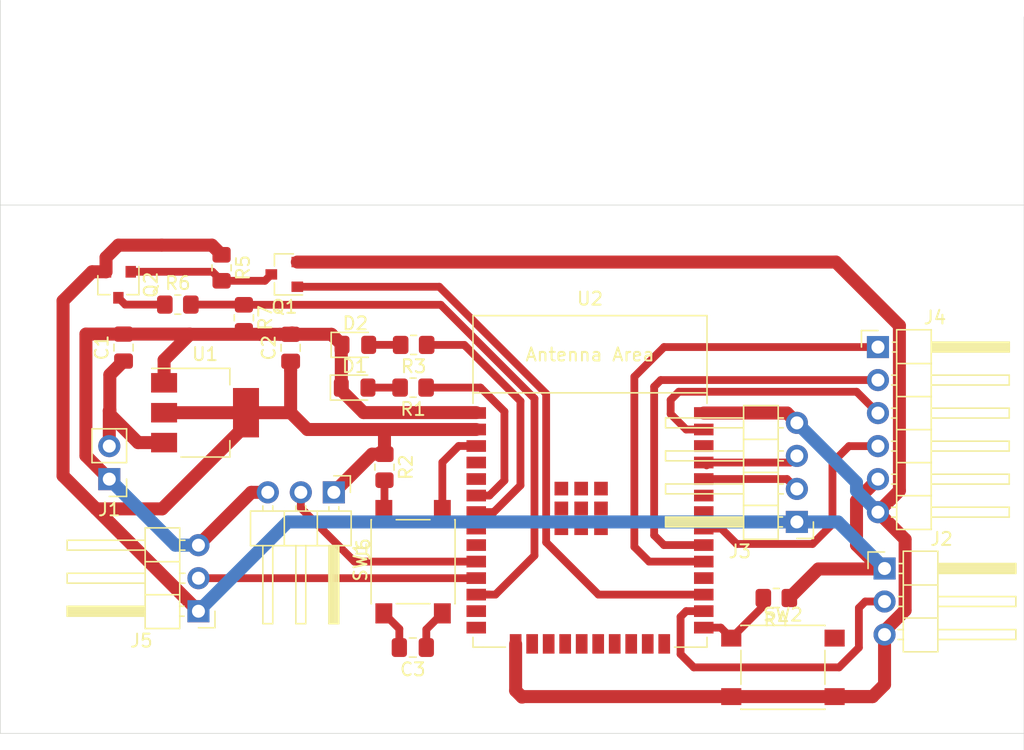
<source format=kicad_pcb>
(kicad_pcb (version 20211014) (generator pcbnew)
  (layers (0 "F.Cu" signal) (31 "B.Cu" signal) (34 "B.Paste" user) (35 "F.Paste" user) (36 "B.SilkS" user "B.Silkscreen") (37 "F.SilkS" user "F.Silkscreen") (38 "B.Mask" user) (39 "F.Mask" user) (44 "Edge.Cuts" user))
  (net 0 "")
  (net 1 "/Vbat")
  (net 2 "/GND")
  (net 3 "/Vin")
  (net 4 "Net-(C3-Pad2)")
  (net 5 "/esp32/EN")
  (net 6 "Net-(D1-Pad2)")
  (net 7 "Net-(D2-Pad2)")
  (net 8 "/esp32/DATA_OUT_DTH22_SENSOR")
  (net 9 "/esp32/TX")
  (net 10 "/esp32/RX")
  (net 11 "/esp32/CS")
  (net 12 "/esp32/CLK")
  (net 13 "/esp32/MOSI")
  (net 14 "/esp32/MISO")
  (net 15 "/esp32/GNRL_PURPOSE_2")
  (net 16 "/esp32/GNRL_PURPOSE_1")
  (net 17 "Net-(Q1-Pad3)")
  (net 18 "/esp32/READ_BATT_V")
  (net 19 "Net-(Q2-Pad3)")
  (net 20 "/esp32/WIFI_CONNECTION")
  (net 21 "/esp32/NO_WIFI_CONNECTION")
  (net 22 "/esp32/BOOT")
  (net 23 "/esp32/BATT_V")
  (net 24 "Net-(U2-Pad14)")
  (net 25 "Net-(U2-Pad13)")
  (net 26 "Net-(U2-Pad9)")
  (net 27 "Net-(U2-Pad8)")
  (net 28 "Net-(U2-Pad5)")
  (net 29 "Net-(U2-Pad4)")
  (net 30 "Net-(U2-Pad16)")
  (net 31 "Net-(U2-Pad17)")
  (net 32 "Net-(U2-Pad18)")
  (net 33 "Net-(U2-Pad19)")
  (net 34 "Net-(U2-Pad20)")
  (net 35 "Net-(U2-Pad21)")
  (net 36 "Net-(U2-Pad22)")
  (net 37 "Net-(U2-Pad23)")
  (net 38 "Net-(U2-Pad24)")
  (net 39 "Net-(U2-Pad28)")
  (net 40 "Net-(U2-Pad32)")
  (net 41 "Net-(U2-Pad33)")
  (net 42 "Net-(U2-Pad36)")
  (net 43 "Net-(U2-Pad39)")
  (footprint "Capacitor_SMD:C_0805_2012Metric_Pad1.18x1.45mm_HandSolder" (layer "F.Cu") (at 118.3425 119.634 180)
    (fp_text reference "C3" (at 0 -1.68) (layer "F.SilkS"))
    (fp_text value "100nF")
    (pad "1" smd roundrect locked (at -1.0375 0 180) (size 1.175 1.45) (layers "F.Cu" "F.Paste" "F.Mask") (roundrect_rratio 0.212766) (net 5 "/esp32/EN"))
    (pad "2" smd roundrect locked (at 1.0375 0 180) (size 1.175 1.45) (layers "F.Cu" "F.Paste" "F.Mask") (roundrect_rratio 0.212766) (net 4 "Net-(C3-Pad2)"))
  )
  (footprint "LED_SMD:LED_0805_2012Metric_Pad1.15x1.40mm_HandSolder" (layer "F.Cu") (at 113.86666 99.63956)
    (fp_text reference "D1" (at 0 -1.65) (layer "F.SilkS"))
    (fp_text value "LED")
    (pad "1" smd roundrect locked (at -1.025 0) (size 1.15 1.4) (layers "F.Cu" "F.Paste" "F.Mask") (roundrect_rratio 0.217391) (net 2 "/GND"))
    (pad "2" smd roundrect locked (at 1.025 0) (size 1.15 1.4) (layers "F.Cu" "F.Paste" "F.Mask") (roundrect_rratio 0.217391) (net 6 "Net-(D1-Pad2)"))
  )
  (footprint "Connector_PinHeader_2.54mm:PinHeader_1x02_P2.54mm_Vertical" (layer "F.Cu") (at 94.996 106.68 180)
    (fp_text reference "J1" (at 0 -2.33) (layer "F.SilkS"))
    (fp_text value "Conn_01x02")
    (pad "1" thru_hole rect locked (at 0 0 180) (size 1.7 1.7) (drill 1) (layers *.Cu *.Mask) (net 2 "/GND"))
    (pad "2" thru_hole oval locked (at 0 2.54 180) (size 1.7 1.7) (drill 1) (layers *.Cu *.Mask) (net 1 "/Vbat"))
  )
  (footprint "Connector_PinHeader_2.54mm:PinHeader_1x03_P2.54mm_Horizontal" (layer "F.Cu") (at 154.629 113.553)
    (fp_text reference "J2" (at 4.385 -2.27) (layer "F.SilkS"))
    (fp_text value "Conn_01x03")
    (pad "1" thru_hole rect locked (at 0 0) (size 1.7 1.7) (drill 1) (layers *.Cu *.Mask) (net 3 "/Vin"))
    (pad "2" thru_hole oval locked (at 0 2.54) (size 1.7 1.7) (drill 1) (layers *.Cu *.Mask) (net 8 "/esp32/DATA_OUT_DTH22_SENSOR"))
    (pad "3" thru_hole oval locked (at 0 5.08) (size 1.7 1.7) (drill 1) (layers *.Cu *.Mask) (net 2 "/GND"))
  )
  (footprint "Connector_PinHeader_2.54mm:PinHeader_1x04_P2.54mm_Horizontal" (layer "F.Cu") (at 147.885 109.972 180)
    (fp_text reference "J3" (at 4.385 -2.27) (layer "F.SilkS"))
    (fp_text value "Conn_01x04")
    (pad "1" thru_hole rect locked (at 0 0 180) (size 1.7 1.7) (drill 1) (layers *.Cu *.Mask) (net 3 "/Vin"))
    (pad "2" thru_hole oval locked (at 0 2.54 180) (size 1.7 1.7) (drill 1) (layers *.Cu *.Mask) (net 9 "/esp32/TX"))
    (pad "3" thru_hole oval locked (at 0 5.08 180) (size 1.7 1.7) (drill 1) (layers *.Cu *.Mask) (net 10 "/esp32/RX"))
    (pad "4" thru_hole oval locked (at 0 7.62 180) (size 1.7 1.7) (drill 1) (layers *.Cu *.Mask) (net 2 "/GND"))
  )
  (footprint "Connector_PinHeader_2.54mm:PinHeader_1x06_P2.54mm_Horizontal" (layer "F.Cu") (at 154.121 96.52)
    (fp_text reference "J4" (at 4.385 -2.27) (layer "F.SilkS"))
    (fp_text value "Conn_01x06")
    (pad "1" thru_hole rect locked (at 0 0) (size 1.7 1.7) (drill 1) (layers *.Cu *.Mask) (net 11 "/esp32/CS"))
    (pad "2" thru_hole oval locked (at 0 2.54) (size 1.7 1.7) (drill 1) (layers *.Cu *.Mask) (net 12 "/esp32/CLK"))
    (pad "3" thru_hole oval locked (at 0 5.08) (size 1.7 1.7) (drill 1) (layers *.Cu *.Mask) (net 13 "/esp32/MOSI"))
    (pad "4" thru_hole oval locked (at 0 7.62) (size 1.7 1.7) (drill 1) (layers *.Cu *.Mask) (net 14 "/esp32/MISO"))
    (pad "5" thru_hole oval locked (at 0 10.16) (size 1.7 1.7) (drill 1) (layers *.Cu *.Mask) (net 3 "/Vin"))
    (pad "6" thru_hole oval locked (at 0 12.7) (size 1.7 1.7) (drill 1) (layers *.Cu *.Mask) (net 2 "/GND"))
  )
  (footprint "Connector_PinHeader_2.54mm:PinHeader_1x03_P2.54mm_Horizontal" (layer "F.Cu") (at 101.854 116.84 180)
    (fp_text reference "J5" (at 4.385 -2.27) (layer "F.SilkS"))
    (fp_text value "Conn_01x03")
    (pad "1" thru_hole rect locked (at 0 0 180) (size 1.7 1.7) (drill 1) (layers *.Cu *.Mask) (net 3 "/Vin"))
    (pad "2" thru_hole oval locked (at 0 2.54 180) (size 1.7 1.7) (drill 1) (layers *.Cu *.Mask) (net 15 "/esp32/GNRL_PURPOSE_2"))
    (pad "3" thru_hole oval locked (at 0 5.08 180) (size 1.7 1.7) (drill 1) (layers *.Cu *.Mask) (net 2 "/GND"))
  )
  (footprint "Connector_PinHeader_2.54mm:PinHeader_1x03_P2.54mm_Horizontal" (layer "F.Cu") (at 112.268 107.696 -90)
    (fp_text reference "J6" (at 4.385 -2.27 90) (layer "F.SilkS"))
    (fp_text value "Conn_01x03")
    (pad "1" thru_hole rect locked (at 0 0 270) (size 1.7 1.7) (drill 1) (layers *.Cu *.Mask) (net 3 "/Vin"))
    (pad "2" thru_hole oval locked (at 0 2.54 270) (size 1.7 1.7) (drill 1) (layers *.Cu *.Mask) (net 16 "/esp32/GNRL_PURPOSE_1"))
    (pad "3" thru_hole oval locked (at 0 5.08 270) (size 1.7 1.7) (drill 1) (layers *.Cu *.Mask) (net 2 "/GND"))
  )
  (footprint "Package_TO_SOT_SMD:SOT-23" (layer "F.Cu") (at 108.458 90.932 180)
    (fp_text reference "Q1" (at 0 -2.5) (layer "F.SilkS"))
    (fp_text value "BSS138")
    (pad "1" smd rect locked (at -1 -0.95 180) (size 0.9 0.8) (layers "F.Cu" "F.Paste" "F.Mask") (net 18 "/esp32/READ_BATT_V"))
    (pad "2" smd rect locked (at -1 0.95 180) (size 0.9 0.8) (layers "F.Cu" "F.Paste" "F.Mask") (net 2 "/GND"))
    (pad "3" smd rect locked (at 1 0 180) (size 0.9 0.8) (layers "F.Cu" "F.Paste" "F.Mask") (net 17 "Net-(Q1-Pad3)"))
  )
  (footprint "Package_TO_SOT_SMD:SOT-23" (layer "F.Cu") (at 95.6955 91.73 -90)
    (fp_text reference "Q2" (at 0 -2.5 -270) (layer "F.SilkS"))
    (fp_text value "BSS84")
    (pad "1" smd rect locked (at -1 -0.95 270) (size 0.9 0.8) (layers "F.Cu" "F.Paste" "F.Mask") (net 17 "Net-(Q1-Pad3)"))
    (pad "2" smd rect locked (at -1 0.95 270) (size 0.9 0.8) (layers "F.Cu" "F.Paste" "F.Mask") (net 3 "/Vin"))
    (pad "3" smd rect locked (at 1 0 270) (size 0.9 0.8) (layers "F.Cu" "F.Paste" "F.Mask") (net 19 "Net-(Q2-Pad3)"))
  )
  (footprint "Resistor_SMD:R_0805_2012Metric_Pad1.20x1.40mm_HandSolder" (layer "F.Cu") (at 118.364 99.63956 180)
    (fp_text reference "R1" (at 0 -1.65) (layer "F.SilkS"))
    (fp_text value "1k")
    (pad "1" smd roundrect locked (at -1 0 180) (size 1.2 1.4) (layers "F.Cu" "F.Paste" "F.Mask") (roundrect_rratio 0.208333) (net 20 "/esp32/WIFI_CONNECTION"))
    (pad "2" smd roundrect locked (at 1 0 180) (size 1.2 1.4) (layers "F.Cu" "F.Paste" "F.Mask") (roundrect_rratio 0.208333) (net 6 "Net-(D1-Pad2)"))
  )
  (footprint "Resistor_SMD:R_0805_2012Metric_Pad1.20x1.40mm_HandSolder" (layer "F.Cu") (at 116.16282 105.76096 -90)
    (fp_text reference "R2" (at 0 -1.65 90) (layer "F.SilkS"))
    (fp_text value "10k")
    (pad "1" smd roundrect locked (at -1 0 270) (size 1.2 1.4) (layers "F.Cu" "F.Paste" "F.Mask") (roundrect_rratio 0.208333) (net 3 "/Vin"))
    (pad "2" smd roundrect locked (at 1 0 270) (size 1.2 1.4) (layers "F.Cu" "F.Paste" "F.Mask") (roundrect_rratio 0.208333) (net 4 "Net-(C3-Pad2)"))
  )
  (footprint "Resistor_SMD:R_0805_2012Metric_Pad1.20x1.40mm_HandSolder" (layer "F.Cu") (at 118.406578 96.356655 180)
    (fp_text reference "R3" (at 0 -1.65) (layer "F.SilkS"))
    (fp_text value "1k")
    (pad "1" smd roundrect locked (at -1 0 180) (size 1.2 1.4) (layers "F.Cu" "F.Paste" "F.Mask") (roundrect_rratio 0.208333) (net 21 "/esp32/NO_WIFI_CONNECTION"))
    (pad "2" smd roundrect locked (at 1 0 180) (size 1.2 1.4) (layers "F.Cu" "F.Paste" "F.Mask") (roundrect_rratio 0.208333) (net 7 "Net-(D2-Pad2)"))
  )
  (footprint "Resistor_SMD:R_0805_2012Metric_Pad1.20x1.40mm_HandSolder" (layer "F.Cu") (at 146.304 115.824 180)
    (fp_text reference "R4" (at 0 -1.65) (layer "F.SilkS"))
    (fp_text value "10k")
    (pad "1" smd roundrect locked (at -1 0 180) (size 1.2 1.4) (layers "F.Cu" "F.Paste" "F.Mask") (roundrect_rratio 0.208333) (net 3 "/Vin"))
    (pad "2" smd roundrect locked (at 1 0 180) (size 1.2 1.4) (layers "F.Cu" "F.Paste" "F.Mask") (roundrect_rratio 0.208333) (net 22 "/esp32/BOOT"))
  )
  (footprint "Resistor_SMD:R_0805_2012Metric_Pad1.20x1.40mm_HandSolder" (layer "F.Cu") (at 103.632 90.424 -90)
    (fp_text reference "R5" (at 0 -1.65 90) (layer "F.SilkS"))
    (fp_text value "100k")
    (pad "1" smd roundrect locked (at -1 0 270) (size 1.2 1.4) (layers "F.Cu" "F.Paste" "F.Mask") (roundrect_rratio 0.208333) (net 3 "/Vin"))
    (pad "2" smd roundrect locked (at 1 0 270) (size 1.2 1.4) (layers "F.Cu" "F.Paste" "F.Mask") (roundrect_rratio 0.208333) (net 17 "Net-(Q1-Pad3)"))
  )
  (footprint "Resistor_SMD:R_0805_2012Metric_Pad1.20x1.40mm_HandSolder" (layer "F.Cu") (at 100.2675 93.254)
    (fp_text reference "R6" (at 0 -1.65) (layer "F.SilkS"))
    (fp_text value "10k")
    (pad "1" smd roundrect locked (at -1 0) (size 1.2 1.4) (layers "F.Cu" "F.Paste" "F.Mask") (roundrect_rratio 0.208333) (net 19 "Net-(Q2-Pad3)"))
    (pad "2" smd roundrect locked (at 1 0) (size 1.2 1.4) (layers "F.Cu" "F.Paste" "F.Mask") (roundrect_rratio 0.208333) (net 23 "/esp32/BATT_V"))
  )
  (footprint "Button_Switch_SMD:SW_Push_1P1T_NO_6x6mm_H9.5mm" (layer "F.Cu") (at 118.364 113.03 90)
    (fp_text reference "SW1" (at 0 -4.05 90) (layer "F.SilkS"))
    (fp_text value "SW_MEC_5E")
    (pad "1" smd rect locked (at 3.975 -2.25 90) (size 1.55 1.3) (layers "F.Cu" "F.Paste" "F.Mask") (net 4 "Net-(C3-Pad2)"))
    (pad "1" smd rect locked (at -3.975 -2.25 90) (size 1.55 1.3) (layers "F.Cu" "F.Paste" "F.Mask") (net 4 "Net-(C3-Pad2)"))
    (pad "2" smd rect locked (at 3.975 2.25 90) (size 1.55 1.3) (layers "F.Cu" "F.Paste" "F.Mask") (net 5 "/esp32/EN"))
    (pad "2" smd rect locked (at -3.975 2.25 90) (size 1.55 1.3) (layers "F.Cu" "F.Paste" "F.Mask") (net 5 "/esp32/EN"))
  )
  (footprint "Button_Switch_SMD:SW_Push_1P1T_NO_6x6mm_H9.5mm" (layer "F.Cu") (at 146.812 121.158)
    (fp_text reference "SW2" (at 0 -4.05) (layer "F.SilkS"))
    (fp_text value "SW_MEC_5E")
    (pad "1" smd rect locked (at -3.975 -2.25) (size 1.55 1.3) (layers "F.Cu" "F.Paste" "F.Mask") (net 22 "/esp32/BOOT"))
    (pad "1" smd rect locked (at 3.975 -2.25) (size 1.55 1.3) (layers "F.Cu" "F.Paste" "F.Mask") (net 22 "/esp32/BOOT"))
    (pad "2" smd rect locked (at 3.975 2.25) (size 1.55 1.3) (layers "F.Cu" "F.Paste" "F.Mask") (net 2 "/GND"))
    (pad "2" smd rect locked (at -3.975 2.25) (size 1.55 1.3) (layers "F.Cu" "F.Paste" "F.Mask") (net 2 "/GND"))
  )
  (footprint "Package_TO_SOT_SMD:SOT-223-3_TabPin2" (layer "F.Cu") (at 102.36046 101.56996)
    (fp_text reference "U1" (at 0 -4.5) (layer "F.SilkS"))
    (fp_text value "LDL1117-3.3")
    (pad "1" smd rect locked (at -3.15 -2.3) (size 2 1.5) (layers "F.Cu" "F.Paste" "F.Mask") (net 2 "/GND"))
    (pad "2" smd rect locked (at -3.15 0) (size 2 1.5) (layers "F.Cu" "F.Paste" "F.Mask") (net 3 "/Vin"))
    (pad "2" smd rect locked (at 3.15 0) (size 2 3.8) (layers "F.Cu" "F.Paste" "F.Mask") (net 3 "/Vin"))
    (pad "3" smd rect locked (at -3.15 2.3) (size 2 1.5) (layers "F.Cu" "F.Paste" "F.Mask") (net 1 "/Vbat"))
  )
  (footprint "ESPRESSIF_3DMODELS:ESP32-WROOM-32E" (layer "F.Cu") (at 131.971501 108.602001)
    (fp_text reference "U2" (at 0 -15.8) (layer "F.SilkS"))
    (fp_text value "ESP32-WROOM")
    (fp_text user "Antenna Area" (at 0 -11.5) (layer "F.SilkS"))
    (pad "1" smd rect locked (at -8.75 -7.01) (size 1.5 0.9) (layers "F.Cu" "F.Paste" "F.Mask") (net 2 "/GND"))
    (pad "2" smd rect locked (at -8.75 -5.74) (size 1.5 0.9) (layers "F.Cu" "F.Paste" "F.Mask") (net 3 "/Vin"))
    (pad "3" smd rect locked (at -8.75 -4.47) (size 1.5 0.9) (layers "F.Cu" "F.Paste" "F.Mask") (net 5 "/esp32/EN"))
    (pad "4" smd rect locked (at -8.75 -3.2) (size 1.5 0.9) (layers "F.Cu" "F.Paste" "F.Mask") (net 29 "Net-(U2-Pad4)"))
    (pad "5" smd rect locked (at -8.75 -1.93) (size 1.5 0.9) (layers "F.Cu" "F.Paste" "F.Mask") (net 28 "Net-(U2-Pad5)"))
    (pad "6" smd rect locked (at -8.75 -0.66) (size 1.5 0.9) (layers "F.Cu" "F.Paste" "F.Mask") (net 20 "/esp32/WIFI_CONNECTION"))
    (pad "7" smd rect locked (at -8.75 0.61) (size 1.5 0.9) (layers "F.Cu" "F.Paste" "F.Mask") (net 21 "/esp32/NO_WIFI_CONNECTION"))
    (pad "8" smd rect locked (at -8.75 1.88) (size 1.5 0.9) (layers "F.Cu" "F.Paste" "F.Mask") (net 27 "Net-(U2-Pad8)"))
    (pad "9" smd rect locked (at -8.75 3.15) (size 1.5 0.9) (layers "F.Cu" "F.Paste" "F.Mask") (net 26 "Net-(U2-Pad9)"))
    (pad "10" smd rect locked (at -8.75 4.42) (size 1.5 0.9) (layers "F.Cu" "F.Paste" "F.Mask") (net 16 "/esp32/GNRL_PURPOSE_1"))
    (pad "11" smd rect locked (at -8.75 5.69) (size 1.5 0.9) (layers "F.Cu" "F.Paste" "F.Mask") (net 15 "/esp32/GNRL_PURPOSE_2"))
    (pad "12" smd rect locked (at -8.75 6.96) (size 1.5 0.9) (layers "F.Cu" "F.Paste" "F.Mask") (net 23 "/esp32/BATT_V"))
    (pad "13" smd rect locked (at -8.75 8.23) (size 1.5 0.9) (layers "F.Cu" "F.Paste" "F.Mask") (net 25 "Net-(U2-Pad13)"))
    (pad "14" smd rect locked (at -8.75 9.5) (size 1.5 0.9) (layers "F.Cu" "F.Paste" "F.Mask") (net 24 "Net-(U2-Pad14)"))
    (pad "15" smd rect locked (at -5.72 10.75 90) (size 1.5 0.9) (layers "F.Cu" "F.Paste" "F.Mask") (net 2 "/GND"))
    (pad "16" smd rect locked (at -4.45 10.75 90) (size 1.5 0.9) (layers "F.Cu" "F.Paste" "F.Mask") (net 30 "Net-(U2-Pad16)"))
    (pad "17" smd rect locked (at -3.18 10.75 90) (size 1.5 0.9) (layers "F.Cu" "F.Paste" "F.Mask") (net 31 "Net-(U2-Pad17)"))
    (pad "18" smd rect locked (at -1.91 10.75 90) (size 1.5 0.9) (layers "F.Cu" "F.Paste" "F.Mask") (net 32 "Net-(U2-Pad18)"))
    (pad "19" smd rect locked (at -0.64 10.75 90) (size 1.5 0.9) (layers "F.Cu" "F.Paste" "F.Mask") (net 33 "Net-(U2-Pad19)"))
    (pad "20" smd rect locked (at 0.63 10.75 90) (size 1.5 0.9) (layers "F.Cu" "F.Paste" "F.Mask") (net 34 "Net-(U2-Pad20)"))
    (pad "21" smd rect locked (at 1.9 10.75 90) (size 1.5 0.9) (layers "F.Cu" "F.Paste" "F.Mask") (net 35 "Net-(U2-Pad21)"))
    (pad "22" smd rect locked (at 3.17 10.75 90) (size 1.5 0.9) (layers "F.Cu" "F.Paste" "F.Mask") (net 36 "Net-(U2-Pad22)"))
    (pad "23" smd rect locked (at 4.44 10.75 90) (size 1.5 0.9) (layers "F.Cu" "F.Paste" "F.Mask") (net 37 "Net-(U2-Pad23)"))
    (pad "24" smd rect locked (at 5.71 10.75 90) (size 1.5 0.9) (layers "F.Cu" "F.Paste" "F.Mask") (net 38 "Net-(U2-Pad24)"))
    (pad "25" smd rect locked (at 8.75 9.5 180) (size 1.5 0.9) (layers "F.Cu" "F.Paste" "F.Mask") (net 22 "/esp32/BOOT"))
    (pad "26" smd rect locked (at 8.75 8.23 180) (size 1.5 0.9) (layers "F.Cu" "F.Paste" "F.Mask") (net 8 "/esp32/DATA_OUT_DTH22_SENSOR"))
    (pad "27" smd rect locked (at 8.75 6.96 180) (size 1.5 0.9) (layers "F.Cu" "F.Paste" "F.Mask") (net 18 "/esp32/READ_BATT_V"))
    (pad "28" smd rect locked (at 8.75 5.69 180) (size 1.5 0.9) (layers "F.Cu" "F.Paste" "F.Mask") (net 39 "Net-(U2-Pad28)"))
    (pad "29" smd rect locked (at 8.75 4.42 180) (size 1.5 0.9) (layers "F.Cu" "F.Paste" "F.Mask") (net 11 "/esp32/CS"))
    (pad "30" smd rect locked (at 8.75 3.15 180) (size 1.5 0.9) (layers "F.Cu" "F.Paste" "F.Mask") (net 12 "/esp32/CLK"))
    (pad "31" smd rect locked (at 8.75 1.88 180) (size 1.5 0.9) (layers "F.Cu" "F.Paste" "F.Mask") (net 14 "/esp32/MISO"))
    (pad "32" smd rect locked (at 8.75 0.61 180) (size 1.5 0.9) (layers "F.Cu" "F.Paste" "F.Mask") (net 40 "Net-(U2-Pad32)"))
    (pad "33" smd rect locked (at 8.75 -0.66 180) (size 1.5 0.9) (layers "F.Cu" "F.Paste" "F.Mask") (net 41 "Net-(U2-Pad33)"))
    (pad "34" smd rect locked (at 8.75 -1.93 180) (size 1.5 0.9) (layers "F.Cu" "F.Paste" "F.Mask") (net 9 "/esp32/TX"))
    (pad "35" smd rect locked (at 8.75 -3.2 180) (size 1.5 0.9) (layers "F.Cu" "F.Paste" "F.Mask") (net 10 "/esp32/RX"))
    (pad "36" smd rect locked (at 8.75 -4.47 180) (size 1.5 0.9) (layers "F.Cu" "F.Paste" "F.Mask") (net 42 "Net-(U2-Pad36)"))
    (pad "37" smd rect locked (at 8.75 -5.74 180) (size 1.5 0.9) (layers "F.Cu" "F.Paste" "F.Mask") (net 13 "/esp32/MOSI"))
    (pad "38" smd rect locked (at 8.75 -7.01 180) (size 1.5 0.9) (layers "F.Cu" "F.Paste" "F.Mask") (net 2 "/GND"))
    (pad "39" smd rect locked (at -0.68 0.33 180) (size 1.05 1.05) (layers "F.Cu" "F.Paste" "F.Mask") (net 43 "Net-(U2-Pad39)"))
    (pad "39" smd rect locked (at -0.68 1.855 180) (size 1.05 1.05) (layers "F.Cu" "F.Paste" "F.Mask") (net 43 "Net-(U2-Pad39)"))
    (pad "39" smd rect locked (at -0.68 -1.195 180) (size 1.05 1.05) (layers "F.Cu" "F.Paste" "F.Mask") (net 43 "Net-(U2-Pad39)"))
    (pad "39" smd rect locked (at 0.845 0.33 180) (size 1.05 1.05) (layers "F.Cu" "F.Paste" "F.Mask") (net 43 "Net-(U2-Pad39)"))
    (pad "39" smd rect locked (at -2.205 1.855 180) (size 1.05 1.05) (layers "F.Cu" "F.Paste" "F.Mask") (net 43 "Net-(U2-Pad39)"))
    (pad "39" smd rect locked (at -2.205 -1.195 180) (size 1.05 1.05) (layers "F.Cu" "F.Paste" "F.Mask") (net 43 "Net-(U2-Pad39)"))
    (pad "39" smd rect locked (at 0.845 -1.195 180) (size 1.05 1.05) (layers "F.Cu" "F.Paste" "F.Mask") (net 43 "Net-(U2-Pad39)"))
    (pad "39" smd rect locked (at -2.205 0.33 180) (size 1.05 1.05) (layers "F.Cu" "F.Paste" "F.Mask") (net 43 "Net-(U2-Pad39)"))
    (pad "39" smd rect locked (at 0.845 1.855 180) (size 1.05 1.05) (layers "F.Cu" "F.Paste" "F.Mask") (net 43 "Net-(U2-Pad39)"))
  )
  (footprint "Resistor_SMD:R_0805_2012Metric_Pad1.20x1.40mm_HandSolder" (layer "F.Cu") (at 105.3475 94.27 -90)
    (fp_text reference "R7" (at 0 -1.65 90) (layer "F.SilkS"))
    (fp_text value "10k")
    (pad "1" smd roundrect locked (at -1 0 270) (size 1.2 1.4) (layers "F.Cu" "F.Paste" "F.Mask") (roundrect_rratio 0.208333) (net 23 "/esp32/BATT_V"))
    (pad "2" smd roundrect locked (at 1 0 270) (size 1.2 1.4) (layers "F.Cu" "F.Paste" "F.Mask") (roundrect_rratio 0.208333) (net 2 "/GND"))
  )
  (footprint "Capacitor_SMD:C_0805_2012Metric_Pad1.18x1.45mm_HandSolder" (layer "F.Cu") (at 108.94414 96.5775 90)
    (fp_text reference "C2" (at 0 -1.68 90) (layer "F.SilkS"))
    (fp_text value "4.7uF")
    (pad "1" smd roundrect locked (at -1.0375 0 90) (size 1.175 1.45) (layers "F.Cu" "F.Paste" "F.Mask") (roundrect_rratio 0.212766) (net 3 "/Vin"))
    (pad "2" smd roundrect locked (at 1.0375 0 90) (size 1.175 1.45) (layers "F.Cu" "F.Paste" "F.Mask") (roundrect_rratio 0.212766) (net 2 "/GND"))
  )
  (footprint "Capacitor_SMD:C_0805_2012Metric_Pad1.18x1.45mm_HandSolder" (layer "F.Cu") (at 96.09174 96.56108 90)
    (fp_text reference "C1" (at 0 -1.68 90) (layer "F.SilkS"))
    (fp_text value "1uF")
    (pad "1" smd roundrect locked (at -1.0375 0 90) (size 1.175 1.45) (layers "F.Cu" "F.Paste" "F.Mask") (roundrect_rratio 0.212766) (net 1 "/Vbat"))
    (pad "2" smd roundrect locked (at 1.0375 0 90) (size 1.175 1.45) (layers "F.Cu" "F.Paste" "F.Mask") (roundrect_rratio 0.212766) (net 2 "/GND"))
  )
  (footprint "LED_SMD:LED_0805_2012Metric_Pad1.15x1.40mm_HandSolder" (layer "F.Cu") (at 113.92254 96.3528)
    (fp_text reference "D2" (at 0 -1.65) (layer "F.SilkS"))
    (fp_text value "LED")
    (pad "1" smd roundrect locked (at -1.025 0) (size 1.15 1.4) (layers "F.Cu" "F.Paste" "F.Mask") (roundrect_rratio 0.217391) (net 2 "/GND"))
    (pad "2" smd roundrect locked (at 1.025 0) (size 1.15 1.4) (layers "F.Cu" "F.Paste" "F.Mask") (roundrect_rratio 0.217391) (net 7 "Net-(D2-Pad2)"))
  )
  (gr_line (start 165.354 85.598) (end 86.614 85.598) (layer "Edge.Cuts") (width 0.05))
  (gr_line (start 86.614 126.238) (end 165.354 126.238) (layer "Edge.Cuts") (width 0.05))
  (gr_line (start 165.354 127.508) (end 165.354 71.12) (layer "Edge.Cuts") (width 0.05))
  (gr_line (start 86.614 69.85) (end 86.614 126.238) (layer "Edge.Cuts") (width 0.05))
  (segment (start 97.21046 103.86996) (end 99.21046 103.86996) (width 1) (layer "F.Cu") (net 1))
  (segment (start 95.03628 101.69578) (end 97.21046 103.86996) (width 1) (layer "F.Cu") (net 1))
  (segment (start 94.996 104.14) (end 94.996 101.42656) (width 1) (layer "F.Cu") (net 1))
  (segment (start 94.996 101.42656) (end 95.03628 101.38628) (width 1) (layer "F.Cu") (net 1))
  (segment (start 95.03628 101.38628) (end 95.03628 101.69578) (width 1) (layer "F.Cu") (net 1))
  (segment (start 95.03628 98.65404) (end 95.03628 101.38628) (width 1) (layer "F.Cu") (net 1))
  (segment (start 95.03628 98.65404) (end 96.09174 97.59858) (width 1) (layer "F.Cu") (net 1))
  (segment (start 95.13832 98.552) (end 96.09174 97.59858) (width 1) (layer "F.Cu") (net 1))
  (segment (start 153.706 123.408) (end 142.837 123.408) (width 1) (layer "F.Cu") (net 2))
  (segment (start 101.174 95.52358) (end 101.19042 95.54) (width 1) (layer "F.Cu") (net 2))
  (segment (start 140.721501 101.592001) (end 147.125001 101.592001) (width 1) (layer "F.Cu") (net 2))
  (segment (start 112.84166 96.40868) (end 112.89754 96.3528) (width 1) (layer "F.Cu") (net 2))
  (segment (start 150.787 123.408) (end 150.751 123.444) (width 1) (layer "F.Cu") (net 2))
  (segment (start 101.19042 95.54) (end 106.6175 95.54) (width 1) (layer "F.Cu") (net 2))
  (segment (start 154.629 122.485) (end 154.629 118.633) (width 1) (layer "F.Cu") (net 2))
  (segment (start 126.251501 122.949501) (end 126.746 123.444) (width 1) (layer "F.Cu") (net 2))
  (segment (start 126.251501 119.352001) (end 126.251501 122.949501) (width 1) (layer "F.Cu") (net 2))
  (segment (start 108.94414 95.54) (end 112.08474 95.54) (width 1) (layer "F.Cu") (net 2))
  (segment (start 112.08474 95.54) (end 112.89754 96.3528) (width 1) (layer "F.Cu") (net 2))
  (segment (start 150.787 123.408) (end 153.706 123.408) (width 1) (layer "F.Cu") (net 2))
  (segment (start 156.21 116.7715) (end 156.21 111.309) (width 1) (layer "F.Cu") (net 2))
  (segment (start 154.3125 118.669) (end 156.21 116.7715) (width 1) (layer "F.Cu") (net 2))
  (segment (start 109.458 89.982) (end 150.882022 89.982) (width 1) (layer "F.Cu") (net 2))
  (segment (start 106.6175 95.54) (end 108.11914 95.54) (width 1) (layer "F.Cu") (net 2))
  (segment (start 99.21046 97.51996) (end 101.19042 95.54) (width 1) (layer "F.Cu") (net 2))
  (segment (start 126.746 123.444) (end 126.782 123.408) (width 1) (layer "F.Cu") (net 2))
  (segment (start 153.706 123.408) (end 154.629 122.485) (width 1) (layer "F.Cu") (net 2))
  (segment (start 112.84166 99.63956) (end 112.84166 99.848805) (width 1) (layer "F.Cu") (net 2))
  (segment (start 108.11914 95.54) (end 108.94414 95.54) (width 1) (layer "F.Cu") (net 2))
  (segment (start 112.84166 99.63956) (end 112.84166 96.40868) (width 1) (layer "F.Cu") (net 2))
  (segment (start 96.09174 95.52358) (end 93.19842 95.52358) (width 1) (layer "F.Cu") (net 2))
  (segment (start 112.84166 99.848805) (end 114.555336 101.562481) (width 1) (layer "F.Cu") (net 2))
  (segment (start 156.21 111.309) (end 154.121 109.22) (width 1) (layer "F.Cu") (net 2))
  (segment (start 147.125001 101.592001) (end 147.885 102.352) (width 1) (layer "F.Cu") (net 2))
  (segment (start 94.996 106.68) (end 93.19842 104.88242) (width 1) (layer "F.Cu") (net 2))
  (segment (start 154.121 109.22) (end 155.770511 107.570489) (width 1) (layer "F.Cu") (net 2))
  (segment (start 99.0873 99.1468) (end 99.21046 99.26996) (width 1) (layer "F.Cu") (net 2))
  (segment (start 93.19842 104.88242) (end 93.19842 95.52358) (width 1) (layer "F.Cu") (net 2))
  (segment (start 109.0559 95.42824) (end 108.94414 95.54) (width 1) (layer "F.Cu") (net 2))
  (segment (start 114.555336 101.562481) (end 123.221501 101.562481) (width 1) (layer "F.Cu") (net 2))
  (segment (start 99.21046 99.26996) (end 99.21046 97.51996) (width 1) (layer "F.Cu") (net 2))
  (segment (start 105.918 107.696) (end 101.854 111.76) (width 1) (layer "F.Cu") (net 2))
  (segment (start 155.770511 107.570489) (end 155.770511 94.870489) (width 1) (layer "F.Cu") (net 2))
  (segment (start 96.09174 95.52358) (end 101.174 95.52358) (width 1) (layer "F.Cu") (net 2))
  (segment (start 107.188 107.696) (end 105.918 107.696) (width 1) (layer "F.Cu") (net 2))
  (segment (start 155.770511 94.870489) (end 150.882022 89.982) (width 1) (layer "F.Cu") (net 2))
  (segment (start 126.782 123.408) (end 142.837 123.408) (width 1) (layer "F.Cu") (net 2))
  (segment (start 152.471489 106.938489) (end 152.471489 107.570489) (width 1) (layer "B.Cu") (net 2))
  (segment (start 152.471489 107.570489) (end 154.121 109.22) (width 1) (layer "B.Cu") (net 2))
  (segment (start 101.854 111.76) (end 100.076 111.76) (width 1) (layer "B.Cu") (net 2))
  (segment (start 147.885 102.352) (end 152.471489 106.938489) (width 1) (layer "B.Cu") (net 2))
  (segment (start 100.076 111.76) (end 94.996 106.68) (width 1) (layer "B.Cu") (net 2))
  (segment (start 99.06 108.966) (end 105.51046 102.51554) (width 1) (layer "F.Cu") (net 3))
  (segment (start 108.94414 101.56996) (end 110.236181 102.862001) (width 1) (layer "F.Cu") (net 3))
  (segment (start 99.024 88.682) (end 102.89 88.682) (width 1) (layer "F.Cu") (net 3))
  (segment (start 91.44 92.964) (end 93.674 90.73) (width 1) (layer "F.Cu") (net 3))
  (segment (start 110.236181 102.862001) (end 116.070001 102.862001) (width 1) (layer "F.Cu") (net 3))
  (segment (start 95.6955 88.682) (end 99.024 88.682) (width 1) (layer "F.Cu") (net 3))
  (segment (start 147.304 115.824) (end 149.539 113.589) (width 1) (layer "F.Cu") (net 3))
  (segment (start 91.44 106.426) (end 93.98 108.966) (width 1) (layer "F.Cu") (net 3))
  (segment (start 99.21046 101.56996) (end 105.51046 101.56996) (width 1) (layer "F.Cu") (net 3))
  (segment (start 94.7455 90.73) (end 94.7455 89.632) (width 1) (layer "F.Cu") (net 3))
  (segment (start 116.070001 102.862001) (end 123.221501 102.862001) (width 1) (layer "F.Cu") (net 3))
  (segment (start 108.94414 97.615) (end 108.94414 98.3025) (width 1) (layer "F.Cu") (net 3))
  (segment (start 105.51046 101.56996) (end 108.94414 101.56996) (width 1) (layer "F.Cu") (net 3))
  (segment (start 112.268 107.696) (end 115.20304 104.76096) (width 1) (layer "F.Cu") (net 3))
  (segment (start 149.539 113.589) (end 154.3125 113.589) (width 1) (layer "F.Cu") (net 3))
  (segment (start 102.89 88.682) (end 103.632 89.424) (width 1) (layer "F.Cu") (net 3))
  (segment (start 152.471489 111.747989) (end 154.3125 113.589) (width 1) (layer "F.Cu") (net 3))
  (segment (start 152.471489 108.329511) (end 152.471489 111.747989) (width 1) (layer "F.Cu") (net 3))
  (segment (start 105.51046 102.51554) (end 105.51046 101.56996) (width 1) (layer "F.Cu") (net 3))
  (segment (start 116.16282 102.95482) (end 116.070001 102.862001) (width 1) (layer "F.Cu") (net 3))
  (segment (start 94.7455 89.632) (end 95.6955 88.682) (width 1) (layer "F.Cu") (net 3))
  (segment (start 108.94414 98.3025) (end 108.94414 101.56996) (width 1) (layer "F.Cu") (net 3))
  (segment (start 115.20304 104.76096) (end 116.16282 104.76096) (width 1) (layer "F.Cu") (net 3))
  (segment (start 93.674 90.73) (end 94.7455 90.73) (width 1) (layer "F.Cu") (net 3))
  (segment (start 154.121 106.68) (end 152.471489 108.329511) (width 1) (layer "F.Cu") (net 3))
  (segment (start 91.44 106.426) (end 91.44 92.964) (width 1) (layer "F.Cu") (net 3))
  (segment (start 116.16282 104.76096) (end 116.16282 102.95482) (width 1) (layer "F.Cu") (net 3))
  (segment (start 101.854 116.84) (end 93.98 108.966) (width 1) (layer "F.Cu") (net 3))
  (segment (start 93.98 108.966) (end 99.06 108.966) (width 1) (layer "F.Cu") (net 3))
  (segment (start 108.722 109.972) (end 101.854 116.84) (width 1) (layer "B.Cu") (net 3))
  (segment (start 151.048 109.972) (end 154.629 113.553) (width 1) (layer "B.Cu") (net 3))
  (segment (start 147.885 109.972) (end 151.048 109.972) (width 1) (layer "B.Cu") (net 3))
  (segment (start 147.885 109.972) (end 108.722 109.972) (width 1) (layer "B.Cu") (net 3))
  (segment (start 117.305 119.634) (end 117.305 118.196) (width 0.6) (layer "F.Cu") (net 4))
  (segment (start 117.305 118.196) (end 116.114 117.005) (width 0.6) (layer "F.Cu") (net 4))
  (segment (start 116.16282 106.76096) (end 116.16282 109.00618) (width 0.6) (layer "F.Cu") (net 4))
  (segment (start 116.16282 109.00618) (end 116.114 109.055) (width 0.6) (layer "F.Cu") (net 4))
  (segment (start 119.38 119.634) (end 119.38 118.239) (width 0.6) (layer "F.Cu") (net 5))
  (segment (start 119.38 118.239) (end 120.614 117.005) (width 0.6) (layer "F.Cu") (net 5))
  (segment (start 120.614 109.055) (end 120.614 105.389502) (width 0.6) (layer "F.Cu") (net 5))
  (segment (start 120.614 105.389502) (end 121.871501 104.132001) (width 0.6) (layer "F.Cu") (net 5))
  (segment (start 121.871501 104.132001) (end 123.221501 104.132001) (width 0.6) (layer "F.Cu") (net 5))
  (segment (start 114.89166 99.63956) (end 117.364 99.63956) (width 0.6) (layer "F.Cu") (net 6))
  (segment (start 114.94754 96.3528) (end 117.402723 96.3528) (width 0.6) (layer "F.Cu") (net 7))
  (segment (start 117.402723 96.3528) (end 117.406578 96.356655) (width 0.6) (layer "F.Cu") (net 7))
  (segment (start 138.938 117.265502) (end 138.938 120.142) (width 0.6) (layer "F.Cu") (net 8))
  (segment (start 139.371501 116.832001) (end 138.938 117.265502) (width 0.6) (layer "F.Cu") (net 8))
  (segment (start 140.721501 116.832001) (end 139.371501 116.832001) (width 0.6) (layer "F.Cu") (net 8))
  (segment (start 152.654 116.586) (end 153.147 116.093) (width 0.6) (layer "F.Cu") (net 8))
  (segment (start 138.938 120.142) (end 139.954 121.158) (width 0.6) (layer "F.Cu") (net 8))
  (segment (start 152.654 119.634) (end 152.654 116.586) (width 0.6) (layer "F.Cu") (net 8))
  (segment (start 151.13 121.158) (end 152.654 119.634) (width 0.6) (layer "F.Cu") (net 8))
  (segment (start 153.147 116.093) (end 154.629 116.093) (width 0.6) (layer "F.Cu") (net 8))
  (segment (start 139.954 121.158) (end 151.13 121.158) (width 0.6) (layer "F.Cu") (net 8))
  (segment (start 147.125001 106.672001) (end 147.885 107.432) (width 0.6) (layer "F.Cu") (net 9))
  (segment (start 140.721501 106.672001) (end 147.125001 106.672001) (width 0.6) (layer "F.Cu") (net 9))
  (segment (start 140.721501 105.402001) (end 147.374999 105.402001) (width 0.6) (layer "F.Cu") (net 10))
  (segment (start 140.721501 105.402001) (end 140.94199 105.62249) (width 0.6) (layer "F.Cu") (net 10))
  (segment (start 147.374999 105.402001) (end 147.885 104.892) (width 0.6) (layer "F.Cu") (net 10))
  (segment (start 135.382 111.887) (end 136.517001 113.022001) (width 0.6) (layer "F.Cu") (net 11))
  (segment (start 135.382 98.806) (end 137.668 96.52) (width 0.6) (layer "F.Cu") (net 11))
  (segment (start 137.668 96.52) (end 154.121 96.52) (width 0.6) (layer "F.Cu") (net 11))
  (segment (start 135.382 111.887) (end 135.382 98.806) (width 0.6) (layer "F.Cu") (net 11))
  (segment (start 136.517001 113.022001) (end 140.721501 113.022001) (width 0.6) (layer "F.Cu") (net 11))
  (segment (start 137.660001 111.752001) (end 136.906 110.998) (width 0.6) (layer "F.Cu") (net 12))
  (segment (start 136.906 99.568) (end 137.414 99.06) (width 0.6) (layer "F.Cu") (net 12))
  (segment (start 137.414 99.06) (end 154.121 99.06) (width 0.6) (layer "F.Cu") (net 12))
  (segment (start 140.721501 111.752001) (end 137.660001 111.752001) (width 0.6) (layer "F.Cu") (net 12))
  (segment (start 136.906 110.998) (end 136.906 99.568) (width 0.6) (layer "F.Cu") (net 12))
  (segment (start 139.371501 102.862001) (end 138.176 101.6665) (width 0.6) (layer "F.Cu") (net 13))
  (segment (start 138.176 100.584) (end 138.80048 99.95952) (width 0.6) (layer "F.Cu") (net 13))
  (segment (start 152.48052 99.95952) (end 154.121 101.6) (width 0.6) (layer "F.Cu") (net 13))
  (segment (start 138.80048 99.95952) (end 152.48052 99.95952) (width 0.6) (layer "F.Cu") (net 13))
  (segment (start 140.721501 102.862001) (end 139.371501 102.862001) (width 0.6) (layer "F.Cu") (net 13))
  (segment (start 138.176 101.6665) (end 138.176 100.584) (width 0.6) (layer "F.Cu") (net 13))
  (segment (start 140.721501 110.482001) (end 142.071501 110.482001) (width 0.6) (layer "F.Cu") (net 14))
  (segment (start 143.256 111.6665) (end 149.089522 111.6665) (width 0.6) (layer "F.Cu") (net 14))
  (segment (start 150.622 105.41) (end 151.892 104.14) (width 0.6) (layer "F.Cu") (net 14))
  (segment (start 149.089522 111.6665) (end 150.622 110.134022) (width 0.6) (layer "F.Cu") (net 14))
  (segment (start 151.892 104.14) (end 154.121 104.14) (width 0.6) (layer "F.Cu") (net 14))
  (segment (start 150.622 110.134022) (end 150.622 105.41) (width 0.6) (layer "F.Cu") (net 14))
  (segment (start 142.071501 110.482001) (end 143.256 111.6665) (width 0.6) (layer "F.Cu") (net 14))
  (segment (start 123.213502 114.3) (end 123.221501 114.292001) (width 0.6) (layer "F.Cu") (net 15))
  (segment (start 101.854 114.3) (end 123.213502 114.3) (width 0.6) (layer "F.Cu") (net 15))
  (segment (start 109.728 107.696) (end 109.728 108.898081) (width 0.6) (layer "F.Cu") (net 16))
  (segment (start 109.728 108.898081) (end 113.85192 113.022001) (width 0.6) (layer "F.Cu") (net 16))
  (segment (start 113.85192 113.022001) (end 123.221501 113.022001) (width 0.6) (layer "F.Cu") (net 16))
  (segment (start 123.210606 113.032896) (end 123.221501 113.022001) (width 0.6) (layer "F.Cu") (net 16))
  (segment (start 106.966 91.424) (end 107.458 90.932) (width 0.6) (layer "F.Cu") (net 17))
  (segment (start 103.632 91.424) (end 106.966 91.424) (width 0.6) (layer "F.Cu") (net 17))
  (segment (start 102.938 90.73) (end 103.632 91.424) (width 0.6) (layer "F.Cu") (net 17))
  (segment (start 96.6455 90.73) (end 102.938 90.73) (width 0.6) (layer "F.Cu") (net 17))
  (segment (start 120.375406 91.882) (end 128.59902 100.105614) (width 0.6) (layer "F.Cu") (net 18))
  (segment (start 109.458 91.882) (end 120.375406 91.882) (width 0.6) (layer "F.Cu") (net 18))
  (segment (start 132.622479 115.562001) (end 128.59902 111.538542) (width 0.6) (layer "F.Cu") (net 18))
  (segment (start 128.59902 100.105614) (end 128.59902 111.538542) (width 0.6) (layer "F.Cu") (net 18))
  (segment (start 140.721501 115.562001) (end 132.622479 115.562001) (width 0.6) (layer "F.Cu") (net 18))
  (segment (start 96.2195 93.254) (end 95.6955 92.73) (width 0.6) (layer "F.Cu") (net 19))
  (segment (start 99.2675 93.254) (end 96.2195 93.254) (width 0.6) (layer "F.Cu") (net 19))
  (segment (start 124.231503 107.942001) (end 123.221501 107.942001) (width 0.6) (layer "F.Cu") (net 20))
  (segment (start 123.549062 99.63956) (end 125.3881 101.478598) (width 0.6) (layer "F.Cu") (net 20))
  (segment (start 119.364 99.63956) (end 123.549062 99.63956) (width 0.6) (layer "F.Cu") (net 20))
  (segment (start 125.3881 106.785404) (end 124.231503 107.942001) (width 0.6) (layer "F.Cu") (net 20))
  (segment (start 125.3881 101.478598) (end 125.3881 106.785404) (width 0.6) (layer "F.Cu") (net 20))
  (segment (start 126.62254 107.160962) (end 124.571501 109.212001) (width 0.6) (layer "F.Cu") (net 21))
  (segment (start 122.305835 96.356655) (end 122.4493 96.50012) (width 0.6) (layer "F.Cu") (net 21))
  (segment (start 119.406578 96.356655) (end 122.305835 96.356655) (width 0.6) (layer "F.Cu") (net 21))
  (segment (start 126.62254 100.67336) (end 126.62254 107.160962) (width 0.6) (layer "F.Cu") (net 21))
  (segment (start 122.4493 96.50012) (end 126.62254 100.67336) (width 0.6) (layer "F.Cu") (net 21))
  (segment (start 124.571501 109.212001) (end 123.221501 109.212001) (width 0.6) (layer "F.Cu") (net 21))
  (segment (start 142.031001 118.102001) (end 142.837 118.908) (width 0.6) (layer "F.Cu") (net 22))
  (segment (start 140.721501 118.102001) (end 142.031001 118.102001) (width 0.6) (layer "F.Cu") (net 22))
  (segment (start 145.304 115.824) (end 145.304 116.441) (width 0.6) (layer "F.Cu") (net 22))
  (segment (start 145.304 116.441) (end 142.837 118.908) (width 0.6) (layer "F.Cu") (net 22))
  (segment (start 124.231503 115.562001) (end 123.221501 115.562001) (width 0.6) (layer "F.Cu") (net 23))
  (segment (start 105.3475 93.27) (end 120.491293 93.27) (width 0.6) (layer "F.Cu") (net 23))
  (segment (start 101.2675 93.254) (end 105.3315 93.254) (width 0.6) (layer "F.Cu") (net 23))
  (segment (start 120.491293 93.27) (end 127.6995 100.478207) (width 0.6) (layer "F.Cu") (net 23))
  (segment (start 127.6995 112.558) (end 124.695499 115.562001) (width 0.6) (layer "F.Cu") (net 23))
  (segment (start 105.3315 93.254) (end 105.3475 93.27) (width 0.6) (layer "F.Cu") (net 23))
  (segment (start 127.6995 100.478207) (end 127.6995 112.558) (width 0.6) (layer "F.Cu") (net 23))
  (segment (start 124.695499 115.562001) (end 123.221501 115.562001) (width 0.6) (layer "F.Cu") (net 23))
)
</source>
